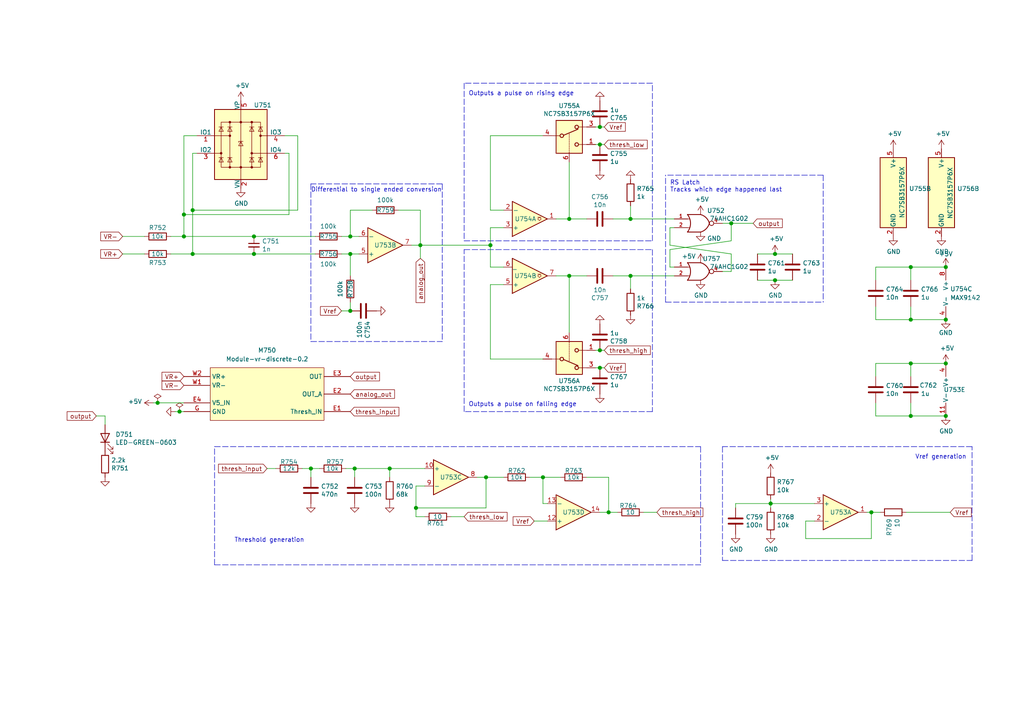
<source format=kicad_sch>
(kicad_sch (version 20211123) (generator eeschema)
  (paper "A4")
  (lib_symbols
    (symbol "74xGxx:74AHC1G02" (pin_names (offset 1.016))
      (property "Reference" "U" (at -2.54 3.81 0))
      (property "Value" "74AHC1G02" (at 0 -3.81 0))
      (symbol "74AHC1G02_0_1"
        (arc (start -3.81 -2.54) (mid -2.919 0) (end -3.81 2.54) (stroke (width 0.254)))
        (arc (start 0 -2.54) (mid 1.5993 -1.6027) (end 2.54 0) (stroke (width 0.254)))
        (polyline (pts (xy -3.81 -1.27) (xy -3.175 -1.27)))
        (polyline (pts (xy -3.81 1.27) (xy -3.175 1.27)))
        (polyline (pts (xy 0 -2.54) (xy -3.81 -2.54)) (stroke (width 0.254)) (fill (type background)))
        (polyline (pts (xy 0 2.54) (xy -3.81 2.54)) (stroke (width 0.254)) (fill (type background)))
        (arc (start 2.54 0) (mid 1.6119 1.6152) (end 0 2.54) (stroke (width 0.254)))
      )
      (symbol "74AHC1G02_1_1"
        (pin input line (at -7.62 1.27 0) (length 3.81) (name "~") (number "1"))
        (pin input line (at -7.62 -1.27 0) (length 3.81) (name "~") (number "2"))
        (pin power_in line (at 0 -2.54 270) (length 0) hide (name "GND") (number "3"))
        (pin output inverted (at 6.35 0 180) (length 3.81) (name "~") (number "4"))
        (pin power_in line (at 0 2.54 90) (length 0) hide (name "VCC") (number "5"))
      )
    )
    (symbol "Amplifier_Operational:MCP6004" (pin_names (offset 0.127))
      (property "Reference" "U" (at 0 5.08 0))
      (property "Value" "MCP6004" (at 0 -5.08 0))
      (symbol "MCP6004_1_1"
        (polyline (pts (xy -5.08 5.08) (xy 5.08 0) (xy -5.08 -5.08) (xy -5.08 5.08)) (stroke (width 0.254)) (fill (type background)))
        (pin output line (at 7.62 0 180) (length 2.54) (name "~") (number "1"))
        (pin input line (at -7.62 -2.54 0) (length 2.54) (name "-") (number "2"))
        (pin input line (at -7.62 2.54 0) (length 2.54) (name "+") (number "3"))
      )
      (symbol "MCP6004_2_1"
        (polyline (pts (xy -5.08 5.08) (xy 5.08 0) (xy -5.08 -5.08) (xy -5.08 5.08)) (stroke (width 0.254)) (fill (type background)))
        (pin input line (at -7.62 2.54 0) (length 2.54) (name "+") (number "5"))
        (pin input line (at -7.62 -2.54 0) (length 2.54) (name "-") (number "6"))
        (pin output line (at 7.62 0 180) (length 2.54) (name "~") (number "7"))
      )
      (symbol "MCP6004_3_1"
        (polyline (pts (xy -5.08 5.08) (xy 5.08 0) (xy -5.08 -5.08) (xy -5.08 5.08)) (stroke (width 0.254)) (fill (type background)))
        (pin input line (at -7.62 2.54 0) (length 2.54) (name "+") (number "10"))
        (pin output line (at 7.62 0 180) (length 2.54) (name "~") (number "8"))
        (pin input line (at -7.62 -2.54 0) (length 2.54) (name "-") (number "9"))
      )
      (symbol "MCP6004_4_1"
        (polyline (pts (xy -5.08 5.08) (xy 5.08 0) (xy -5.08 -5.08) (xy -5.08 5.08)) (stroke (width 0.254)) (fill (type background)))
        (pin input line (at -7.62 2.54 0) (length 2.54) (name "+") (number "12"))
        (pin input line (at -7.62 -2.54 0) (length 2.54) (name "-") (number "13"))
        (pin output line (at 7.62 0 180) (length 2.54) (name "~") (number "14"))
      )
      (symbol "MCP6004_5_1"
        (pin power_in line (at -2.54 -7.62 90) (length 3.81) (name "V-") (number "11"))
        (pin power_in line (at -2.54 7.62 270) (length 3.81) (name "V+") (number "4"))
      )
    )
    (symbol "Analog_Switch:NC7SB3157P6X" (pin_names (offset 0.127))
      (property "Reference" "U" (at -3.175 4.699 0))
      (property "Value" "NC7SB3157P6X" (at -3.175 2.921 0))
      (symbol "NC7SB3157P6X_1_1"
        (rectangle (start -3.81 1.905) (end 3.81 -7.62) (stroke (width 0.254)) (fill (type background)))
        (circle (center -2.159 -2.54) (radius 0.508) (stroke (width 0.254)))
        (polyline (pts (xy -5.08 -2.54) (xy -2.794 -2.54)))
        (polyline (pts (xy -1.651 -2.413) (xy 2.54 -0.635)) (stroke (width 0.254)))
        (polyline (pts (xy 0 -7.62) (xy 0 -7.112)))
        (polyline (pts (xy 0 -6.858) (xy 0 -6.604)))
        (polyline (pts (xy 0 -6.35) (xy 0 -6.096)))
        (polyline (pts (xy 0 -5.842) (xy 0 -5.588)))
        (polyline (pts (xy 0 -5.334) (xy 0 -5.08)))
        (polyline (pts (xy 0 -4.826) (xy 0 -4.572)))
        (polyline (pts (xy 0 -4.318) (xy 0 -4.064)))
        (polyline (pts (xy 0 -3.81) (xy 0 -3.556)))
        (polyline (pts (xy 0 -3.302) (xy 0 -3.048)))
        (polyline (pts (xy 0 -2.794) (xy 0 -2.54)))
        (polyline (pts (xy 0 -2.286) (xy 0 -2.032)))
        (polyline (pts (xy 0 -2.286) (xy 0 -2.032)))
        (polyline (pts (xy 5.08 -5.08) (xy 2.794 -5.08)))
        (polyline (pts (xy 5.08 0) (xy 2.794 0)))
        (circle (center 2.159 -5.08) (radius 0.508) (stroke (width 0.254)))
        (circle (center 2.159 0) (radius 0.508) (stroke (width 0.254)))
        (pin passive line (at 7.62 -5.08 180) (length 2.54) (name "~") (number "1"))
        (pin passive line (at 7.62 0 180) (length 2.54) (name "~") (number "3"))
        (pin passive line (at -7.62 -2.54 0) (length 2.54) (name "~") (number "4"))
        (pin input line (at 0 -10.16 90) (length 2.54) (name "~") (number "6"))
      )
      (symbol "NC7SB3157P6X_2_0"
        (pin power_in line (at 0 -12.7 90) (length 2.54) (name "GND") (number "2"))
        (pin power_in line (at 0 12.7 270) (length 2.54) (name "V+") (number "5"))
      )
      (symbol "NC7SB3157P6X_2_1"
        (rectangle (start -3.81 10.16) (end 3.81 -10.16) (stroke (width 0.254)) (fill (type background)))
      )
    )
    (symbol "Comparator:LM393" (pin_names (offset 0.127))
      (property "Reference" "U" (at 3.81 3.81 0))
      (property "Value" "LM393" (at 6.35 -3.81 0))
      (symbol "LM393_1_1"
        (polyline (pts (xy -5.08 5.08) (xy 5.08 0) (xy -5.08 -5.08) (xy -5.08 5.08)) (stroke (width 0.254)) (fill (type background)))
        (polyline (pts (xy 3.302 -0.508) (xy 2.794 -0.508) (xy 3.302 0) (xy 2.794 0.508) (xy 2.286 0) (xy 2.794 -0.508) (xy 2.286 -0.508)) (stroke (width 0.127)))
        (pin open_collector line (at 7.62 0 180) (length 2.54) (name "~") (number "1"))
        (pin input line (at -7.62 -2.54 0) (length 2.54) (name "-") (number "2"))
        (pin input line (at -7.62 2.54 0) (length 2.54) (name "+") (number "3"))
      )
      (symbol "LM393_2_1"
        (polyline (pts (xy -5.08 5.08) (xy 5.08 0) (xy -5.08 -5.08) (xy -5.08 5.08)) (stroke (width 0.254)) (fill (type background)))
        (polyline (pts (xy 3.302 -0.508) (xy 2.794 -0.508) (xy 3.302 0) (xy 2.794 0.508) (xy 2.286 0) (xy 2.794 -0.508) (xy 2.286 -0.508)) (stroke (width 0.127)))
        (pin input line (at -7.62 2.54 0) (length 2.54) (name "+") (number "5"))
        (pin input line (at -7.62 -2.54 0) (length 2.54) (name "_") (number "6"))
        (pin open_collector line (at 7.62 0 180) (length 2.54) (name "~") (number "7"))
      )
      (symbol "LM393_3_1"
        (pin power_in line (at -2.54 -7.62 90) (length 3.81) (name "V-") (number "4"))
        (pin power_in line (at -2.54 7.62 270) (length 3.81) (name "V+") (number "8"))
      )
    )
    (symbol "Device:C" (pin_numbers hide) (pin_names (offset 0.254))
      (property "Reference" "C" (at 0.635 2.54 0))
      (property "Value" "C" (at 0.635 -2.54 0))
      (symbol "C_0_1"
        (polyline (pts (xy -2.032 -0.762) (xy 2.032 -0.762)) (stroke (width 0.508)))
        (polyline (pts (xy -2.032 0.762) (xy 2.032 0.762)) (stroke (width 0.508)))
      )
      (symbol "C_1_1"
        (pin passive line (at 0 3.81 270) (length 2.794) (name "~") (number "1"))
        (pin passive line (at 0 -3.81 90) (length 2.794) (name "~") (number "2"))
      )
    )
    (symbol "Device:C_Small" (pin_numbers hide) (pin_names (offset 0.254) hide)
      (property "Reference" "C" (at 0.254 1.778 0))
      (property "Value" "C_Small" (at 0.254 -2.032 0))
      (symbol "C_Small_0_1"
        (polyline (pts (xy -1.524 -0.508) (xy 1.524 -0.508)) (stroke (width 0.3302)))
        (polyline (pts (xy -1.524 0.508) (xy 1.524 0.508)) (stroke (width 0.3048)))
      )
      (symbol "C_Small_1_1"
        (pin passive line (at 0 2.54 270) (length 2.032) (name "~") (number "1"))
        (pin passive line (at 0 -2.54 90) (length 2.032) (name "~") (number "2"))
      )
    )
    (symbol "Device:LED" (pin_numbers hide) (pin_names (offset 1.016) hide)
      (property "Reference" "D" (at 0 2.54 0))
      (property "Value" "LED" (at 0 -2.54 0))
      (symbol "LED_0_1"
        (polyline (pts (xy -1.27 -1.27) (xy -1.27 1.27)) (stroke (width 0.254)))
        (polyline (pts (xy -1.27 0) (xy 1.27 0)))
        (polyline (pts (xy 1.27 -1.27) (xy 1.27 1.27) (xy -1.27 0) (xy 1.27 -1.27)) (stroke (width 0.254)))
        (polyline (pts (xy -3.048 -0.762) (xy -4.572 -2.286) (xy -3.81 -2.286) (xy -4.572 -2.286) (xy -4.572 -1.524)))
        (polyline (pts (xy -1.778 -0.762) (xy -3.302 -2.286) (xy -2.54 -2.286) (xy -3.302 -2.286) (xy -3.302 -1.524)))
      )
      (symbol "LED_1_1"
        (pin passive line (at -3.81 0 0) (length 2.54) (name "K") (number "1"))
        (pin passive line (at 3.81 0 180) (length 2.54) (name "A") (number "2"))
      )
    )
    (symbol "Device:R" (pin_numbers hide) (pin_names (offset 0))
      (property "Reference" "R" (at 2.032 0 90))
      (property "Value" "R" (at 0 0 90))
      (symbol "R_0_1"
        (rectangle (start -1.016 -2.54) (end 1.016 2.54) (stroke (width 0.254)))
      )
      (symbol "R_1_1"
        (pin passive line (at 0 3.81 270) (length 1.27) (name "~") (number "1"))
        (pin passive line (at 0 -3.81 90) (length 1.27) (name "~") (number "2"))
      )
    )
    (symbol "Power_Protection:SRV05-4" (pin_names (offset 0))
      (property "Reference" "U" (at -5.08 11.43 0))
      (property "Value" "SRV05-4-P-T7" (at 2.54 11.43 0))
      (symbol "SRV05-4_0_0"
        (rectangle (start -5.715 6.477) (end 5.715 -6.604))
        (polyline (pts (xy -3.175 -6.604) (xy -3.175 6.477)))
        (polyline (pts (xy 3.175 6.477) (xy 3.175 -6.604)))
      )
      (symbol "SRV05-4_0_1"
        (rectangle (start -7.62 10.16) (end 7.62 -10.16) (stroke (width 0.254)) (fill (type background)))
        (circle (center -5.715 -2.54) (radius 0.2794) (fill (type outline)))
        (circle (center -3.175 -6.604) (radius 0.2794) (fill (type outline)))
        (circle (center -3.175 2.54) (radius 0.2794) (fill (type outline)))
        (circle (center -3.175 6.477) (radius 0.2794) (fill (type outline)))
        (circle (center 0 -6.604) (radius 0.2794) (fill (type outline)))
        (polyline (pts (xy -7.747 2.54) (xy -3.175 2.54)))
        (polyline (pts (xy -7.62 -2.54) (xy -5.715 -2.54)))
        (polyline (pts (xy -5.08 -3.81) (xy -6.35 -3.81)))
        (polyline (pts (xy -5.08 5.08) (xy -6.35 5.08)))
        (polyline (pts (xy -2.54 -3.81) (xy -3.81 -3.81)))
        (polyline (pts (xy -2.54 5.08) (xy -3.81 5.08)))
        (polyline (pts (xy 0 10.16) (xy 0 -10.16)))
        (polyline (pts (xy 3.81 -3.81) (xy 2.54 -3.81)))
        (polyline (pts (xy 3.81 5.08) (xy 2.54 5.08)))
        (polyline (pts (xy 6.35 -3.81) (xy 5.08 -3.81)))
        (polyline (pts (xy 6.35 5.08) (xy 5.08 5.08)))
        (polyline (pts (xy 7.62 -2.54) (xy 3.175 -2.54)))
        (polyline (pts (xy 7.62 2.54) (xy 5.715 2.54)))
        (polyline (pts (xy 0.635 0.889) (xy -0.635 0.889) (xy -0.635 0.635)))
        (polyline (pts (xy -5.08 -5.08) (xy -6.35 -5.08) (xy -5.715 -3.81) (xy -5.08 -5.08)))
        (polyline (pts (xy -5.08 3.81) (xy -6.35 3.81) (xy -5.715 5.08) (xy -5.08 3.81)))
        (polyline (pts (xy -2.54 -5.08) (xy -3.81 -5.08) (xy -3.175 -3.81) (xy -2.54 -5.08)))
        (polyline (pts (xy -2.54 3.81) (xy -3.81 3.81) (xy -3.175 5.08) (xy -2.54 3.81)))
        (polyline (pts (xy 0.635 -0.381) (xy -0.635 -0.381) (xy 0 0.889) (xy 0.635 -0.381)))
        (polyline (pts (xy 3.81 -5.08) (xy 2.54 -5.08) (xy 3.175 -3.81) (xy 3.81 -5.08)))
        (polyline (pts (xy 3.81 3.81) (xy 2.54 3.81) (xy 3.175 5.08) (xy 3.81 3.81)))
        (polyline (pts (xy 6.35 -5.08) (xy 5.08 -5.08) (xy 5.715 -3.81) (xy 6.35 -5.08)))
        (polyline (pts (xy 6.35 3.81) (xy 5.08 3.81) (xy 5.715 5.08) (xy 6.35 3.81)))
        (circle (center 0 6.477) (radius 0.2794) (fill (type outline)))
        (circle (center 3.175 -6.604) (radius 0.2794) (fill (type outline)))
        (circle (center 3.175 -2.54) (radius 0.2794) (fill (type outline)))
        (circle (center 3.175 6.477) (radius 0.2794) (fill (type outline)))
        (circle (center 5.715 2.54) (radius 0.2794) (fill (type outline)))
      )
      (symbol "SRV05-4_1_1"
        (pin passive line (at -12.7 2.54 0) (length 5.08) (name "IO1") (number "1"))
        (pin passive line (at 0 -12.7 90) (length 2.54) (name "VN") (number "2"))
        (pin passive line (at -12.7 -2.54 0) (length 5.08) (name "IO2") (number "3"))
        (pin passive line (at 12.7 2.54 180) (length 5.08) (name "IO3") (number "4"))
        (pin passive line (at 0 12.7 270) (length 2.54) (name "VP") (number "5"))
        (pin passive line (at 12.7 -2.54 180) (length 5.08) (name "IO4") (number "6"))
      )
    )
    (symbol "power:+5V" (power) (pin_names (offset 0))
      (property "Value" "+5V" (at 0 3.556 0))
      (symbol "+5V_0_1"
        (polyline (pts (xy -0.762 1.27) (xy 0 2.54)))
        (polyline (pts (xy 0 0) (xy 0 2.54)))
        (polyline (pts (xy 0 2.54) (xy 0.762 1.27)))
      )
      (symbol "+5V_1_1"
        (pin power_in line (at 0 0 90) (length 0) hide (name "+5V") (number "1"))
      )
    )
    (symbol "power:GND" (power) (pin_names (offset 0))
      (property "Value" "GND" (at 0 -3.81 0))
      (symbol "GND_0_1"
        (polyline (pts (xy 0 0) (xy 0 -1.27) (xy 1.27 -1.27) (xy 0 -2.54) (xy -1.27 -1.27) (xy 0 -1.27)))
      )
      (symbol "GND_1_1"
        (pin power_in line (at 0 0 270) (length 0) hide (name "GND") (number "1"))
      )
    )
    (symbol "power:PWR_FLAG" (power) (pin_numbers hide) (pin_names (offset 0) hide)
      (property "Value" "PWR_FLAG" (at 0 3.81 0))
      (symbol "PWR_FLAG_0_0"
        (pin power_out line (at 0 0 90) (length 0) (name "pwr") (number "1"))
      )
      (symbol "PWR_FLAG_0_1"
        (polyline (pts (xy 0 0) (xy 0 1.27) (xy -1.016 1.905) (xy 0 2.54) (xy 1.016 1.905) (xy 0 1.27)))
      )
    )
    (symbol "vr-discrete:Module-vr-discrete-0.2"
      (property "Reference" "M" (at 1.27 1.27 0))
      (property "Value" "Module-vr-discrete-0.2" (at 16.51 -16.51 0))
      (symbol "Module-vr-discrete-0.2_1_0"
        (rectangle (start 0 0) (end 33.02 -15.24) (fill (type background)))
        (pin passive line (at 40.64 -12.7 180) (length 7.62) (name "Thresh_IN") (number "E1"))
        (pin passive line (at 40.64 -7.62 180) (length 7.62) (name "OUT_A") (number "E2"))
        (pin passive line (at 40.64 -2.54 180) (length 7.62) (name "OUT") (number "E3"))
        (pin passive line (at -7.62 -10.16 0) (length 7.62) (name "V5_IN") (number "E4"))
        (pin passive line (at -7.62 -12.7 0) (length 7.62) (name "GND") (number "G"))
        (pin passive line (at -7.62 -5.08 0) (length 7.62) (name "VR-") (number "W1"))
        (pin passive line (at -7.62 -2.54 0) (length 7.62) (name "VR+") (number "W2"))
      )
    )
  )
  (junction (at 142.24 71.12) (diameter 1.016))
  (junction (at 264.16 105.41) (diameter 1.016))
  (junction (at 52.07 119.38) (diameter 1.016))
  (junction (at 73.66 68.58) (diameter 1.016))
  (junction (at 102.87 135.89) (diameter 1.016))
  (junction (at 173.99 106.68) (diameter 1.016))
  (junction (at 274.32 92.71) (diameter 1.016))
  (junction (at 73.66 73.66) (diameter 1.016))
  (junction (at 264.16 120.65) (diameter 1.016))
  (junction (at 101.6 73.66) (diameter 1.016))
  (junction (at 274.32 120.65) (diameter 1.016))
  (junction (at 55.88 73.66) (diameter 1.016))
  (junction (at 120.65 147.32) (diameter 1.016))
  (junction (at 165.1 63.5) (diameter 1.016))
  (junction (at 224.79 73.66) (diameter 1.016))
  (junction (at 53.34 68.58) (diameter 1.016))
  (junction (at 45.72 116.84) (diameter 1.016))
  (junction (at 90.17 135.89) (diameter 1.016))
  (junction (at 173.99 36.83) (diameter 1.016))
  (junction (at 173.99 41.91) (diameter 1.016))
  (junction (at 157.48 138.43) (diameter 1.016))
  (junction (at 274.32 77.47) (diameter 1.016))
  (junction (at 55.88 60.96) (diameter 1.016))
  (junction (at 264.16 77.47) (diameter 1.016))
  (junction (at 182.88 80.01) (diameter 1.016))
  (junction (at 274.32 105.41) (diameter 1.016))
  (junction (at 252.73 148.59) (diameter 1.016))
  (junction (at 113.03 135.89) (diameter 1.016))
  (junction (at 176.53 148.59) (diameter 1.016))
  (junction (at 101.6 90.17) (diameter 1.016))
  (junction (at 53.34 62.23) (diameter 1.016))
  (junction (at 121.92 71.12) (diameter 1.016))
  (junction (at 264.16 92.71) (diameter 1.016))
  (junction (at 182.88 63.5) (diameter 1.016))
  (junction (at 101.6 68.58) (diameter 1.016))
  (junction (at 140.97 138.43) (diameter 1.016))
  (junction (at 224.79 81.28) (diameter 1.016))
  (junction (at 165.1 80.01) (diameter 1.016))
  (junction (at 212.09 64.77) (diameter 1.016))
  (junction (at 223.52 146.05) (diameter 1.016))
  (junction (at 173.99 101.6) (diameter 1.016))
  (polyline (pts (xy 238.76 50.8) (xy 193.04 50.8)) (stroke (width 0) (type dash)))
  (wire (pts (xy 254 105.41) (xy 254 109.22)))
  (wire (pts (xy 121.92 60.96) (xy 121.92 71.12)))
  (wire (pts (xy 120.65 147.32) (xy 140.97 147.32)))
  (polyline (pts (xy 189.23 119.38) (xy 134.62 119.38)) (stroke (width 0) (type dash)))
  (wire (pts (xy 52.07 119.38) (xy 53.34 119.38)))
  (wire (pts (xy 236.22 151.13) (xy 233.68 151.13)))
  (wire (pts (xy 157.48 138.43) (xy 162.56 138.43)))
  (wire (pts (xy 157.48 138.43) (xy 153.67 138.43)))
  (wire (pts (xy 274.32 92.71) (xy 264.16 92.71)))
  (wire (pts (xy 233.68 151.13) (xy 233.68 156.21)))
  (wire (pts (xy 99.06 73.66) (xy 101.6 73.66)))
  (wire (pts (xy 101.6 73.66) (xy 104.14 73.66)))
  (wire (pts (xy 102.87 135.89) (xy 113.03 135.89)))
  (wire (pts (xy 165.1 63.5) (xy 170.18 63.5)))
  (polyline (pts (xy 209.55 129.54) (xy 209.55 162.56)) (stroke (width 0) (type dash)))
  (wire (pts (xy 100.33 135.89) (xy 102.87 135.89)))
  (wire (pts (xy 53.34 62.23) (xy 53.34 68.58)))
  (wire (pts (xy 177.8 63.5) (xy 182.88 63.5)))
  (wire (pts (xy 55.88 60.96) (xy 86.36 60.96)))
  (wire (pts (xy 254 116.84) (xy 254 120.65)))
  (wire (pts (xy 195.58 77.47) (xy 194.31 77.47)))
  (wire (pts (xy 254 77.47) (xy 264.16 77.47)))
  (wire (pts (xy 146.05 77.47) (xy 142.24 77.47)))
  (polyline (pts (xy 134.62 72.39) (xy 189.23 72.39)) (stroke (width 0) (type dash)))
  (wire (pts (xy 57.15 44.45) (xy 55.88 44.45)))
  (wire (pts (xy 209.55 78.74) (xy 212.09 78.74)))
  (wire (pts (xy 41.91 73.66) (xy 35.56 73.66)))
  (polyline (pts (xy 62.23 163.83) (xy 203.2 163.83)) (stroke (width 0) (type dash)))
  (wire (pts (xy 212.09 64.77) (xy 212.09 69.85)))
  (wire (pts (xy 35.56 68.58) (xy 41.91 68.58)))
  (wire (pts (xy 172.72 41.91) (xy 173.99 41.91)))
  (wire (pts (xy 173.99 41.91) (xy 175.26 41.91)))
  (wire (pts (xy 165.1 63.5) (xy 165.1 46.99)))
  (wire (pts (xy 165.1 80.01) (xy 165.1 96.52)))
  (wire (pts (xy 80.01 135.89) (xy 77.47 135.89)))
  (wire (pts (xy 142.24 66.04) (xy 146.05 66.04)))
  (polyline (pts (xy 193.04 87.63) (xy 238.76 87.63)) (stroke (width 0) (type dash)))
  (wire (pts (xy 233.68 156.21) (xy 252.73 156.21)))
  (wire (pts (xy 254 88.9) (xy 254 92.71)))
  (wire (pts (xy 194.31 66.04) (xy 194.31 71.12)))
  (wire (pts (xy 194.31 66.04) (xy 195.58 66.04)))
  (wire (pts (xy 165.1 80.01) (xy 170.18 80.01)))
  (polyline (pts (xy 281.94 129.54) (xy 209.55 129.54)) (stroke (width 0) (type dash)))
  (polyline (pts (xy 128.27 53.34) (xy 90.17 53.34)) (stroke (width 0) (type dash)))
  (wire (pts (xy 101.6 60.96) (xy 101.6 68.58)))
  (wire (pts (xy 55.88 44.45) (xy 55.88 60.96)))
  (wire (pts (xy 219.71 73.66) (xy 224.79 73.66)))
  (wire (pts (xy 229.87 73.66) (xy 224.79 73.66)))
  (wire (pts (xy 170.18 138.43) (xy 176.53 138.43)))
  (wire (pts (xy 120.65 147.32) (xy 120.65 149.86)))
  (wire (pts (xy 223.52 146.05) (xy 223.52 147.32)))
  (wire (pts (xy 55.88 73.66) (xy 49.53 73.66)))
  (wire (pts (xy 194.31 72.39) (xy 194.31 77.47)))
  (wire (pts (xy 140.97 138.43) (xy 138.43 138.43)))
  (polyline (pts (xy 62.23 163.83) (xy 62.23 129.54)) (stroke (width 0) (type dash)))
  (wire (pts (xy 165.1 80.01) (xy 161.29 80.01)))
  (wire (pts (xy 83.82 62.23) (xy 83.82 44.45)))
  (wire (pts (xy 254 92.71) (xy 264.16 92.71)))
  (wire (pts (xy 194.31 72.39) (xy 212.09 69.85)))
  (wire (pts (xy 254 77.47) (xy 254 81.28)))
  (wire (pts (xy 254 105.41) (xy 264.16 105.41)))
  (wire (pts (xy 157.48 39.37) (xy 142.24 39.37)))
  (wire (pts (xy 173.99 36.83) (xy 172.72 36.83)))
  (wire (pts (xy 175.26 36.83) (xy 173.99 36.83)))
  (wire (pts (xy 44.45 116.84) (xy 45.72 116.84)))
  (wire (pts (xy 142.24 82.55) (xy 146.05 82.55)))
  (wire (pts (xy 86.36 60.96) (xy 86.36 39.37)))
  (polyline (pts (xy 134.62 119.38) (xy 134.62 72.39)) (stroke (width 0) (type dash)))
  (wire (pts (xy 123.19 140.97) (xy 120.65 140.97)))
  (wire (pts (xy 27.94 120.65) (xy 30.48 120.65)))
  (wire (pts (xy 161.29 63.5) (xy 165.1 63.5)))
  (wire (pts (xy 252.73 156.21) (xy 252.73 148.59)))
  (polyline (pts (xy 128.27 53.34) (xy 128.27 99.06)) (stroke (width 0) (type dash)))
  (wire (pts (xy 254 120.65) (xy 264.16 120.65)))
  (wire (pts (xy 57.15 39.37) (xy 53.34 39.37)))
  (polyline (pts (xy 189.23 24.13) (xy 134.62 24.13)) (stroke (width 0) (type dash)))
  (wire (pts (xy 120.65 140.97) (xy 120.65 147.32)))
  (wire (pts (xy 182.88 63.5) (xy 195.58 63.5)))
  (wire (pts (xy 173.99 101.6) (xy 172.72 101.6)))
  (wire (pts (xy 175.26 101.6) (xy 173.99 101.6)))
  (wire (pts (xy 142.24 60.96) (xy 146.05 60.96)))
  (wire (pts (xy 120.65 149.86) (xy 123.19 149.86)))
  (wire (pts (xy 177.8 80.01) (xy 182.88 80.01)))
  (wire (pts (xy 264.16 105.41) (xy 274.32 105.41)))
  (wire (pts (xy 264.16 109.22) (xy 264.16 105.41)))
  (wire (pts (xy 73.66 68.58) (xy 91.44 68.58)))
  (wire (pts (xy 121.92 74.93) (xy 121.92 71.12)))
  (wire (pts (xy 92.71 135.89) (xy 90.17 135.89)))
  (polyline (pts (xy 134.62 69.85) (xy 189.23 69.85)) (stroke (width 0) (type dash)))
  (wire (pts (xy 157.48 104.14) (xy 142.24 104.14)))
  (wire (pts (xy 53.34 68.58) (xy 73.66 68.58)))
  (polyline (pts (xy 193.04 87.63) (xy 193.04 50.8)) (stroke (width 0) (type dash)))
  (wire (pts (xy 30.48 120.65) (xy 30.48 123.19)))
  (wire (pts (xy 99.06 90.17) (xy 101.6 90.17)))
  (wire (pts (xy 115.57 60.96) (xy 121.92 60.96)))
  (wire (pts (xy 101.6 80.01) (xy 101.6 73.66)))
  (wire (pts (xy 186.69 148.59) (xy 190.5 148.59)))
  (wire (pts (xy 142.24 71.12) (xy 142.24 66.04)))
  (wire (pts (xy 101.6 68.58) (xy 104.14 68.58)))
  (wire (pts (xy 236.22 146.05) (xy 223.52 146.05)))
  (polyline (pts (xy 238.76 50.8) (xy 238.76 87.63)) (stroke (width 0) (type dash)))
  (wire (pts (xy 176.53 148.59) (xy 179.07 148.59)))
  (wire (pts (xy 194.31 71.12) (xy 212.09 73.66)))
  (wire (pts (xy 264.16 77.47) (xy 274.32 77.47)))
  (wire (pts (xy 264.16 81.28) (xy 264.16 77.47)))
  (wire (pts (xy 50.8 119.38) (xy 52.07 119.38)))
  (wire (pts (xy 182.88 80.01) (xy 195.58 80.01)))
  (wire (pts (xy 49.53 68.58) (xy 53.34 68.58)))
  (polyline (pts (xy 90.17 99.06) (xy 128.27 99.06)) (stroke (width 0) (type dash)))
  (wire (pts (xy 53.34 39.37) (xy 53.34 62.23)))
  (polyline (pts (xy 134.62 24.13) (xy 134.62 69.85)) (stroke (width 0) (type dash)))
  (polyline (pts (xy 90.17 53.34) (xy 90.17 99.06)) (stroke (width 0) (type dash)))
  (wire (pts (xy 86.36 39.37) (xy 82.55 39.37)))
  (wire (pts (xy 212.09 73.66) (xy 212.09 78.74)))
  (wire (pts (xy 142.24 77.47) (xy 142.24 71.12)))
  (wire (pts (xy 87.63 135.89) (xy 90.17 135.89)))
  (wire (pts (xy 142.24 39.37) (xy 142.24 60.96)))
  (wire (pts (xy 209.55 64.77) (xy 212.09 64.77)))
  (wire (pts (xy 55.88 73.66) (xy 73.66 73.66)))
  (wire (pts (xy 45.72 116.84) (xy 53.34 116.84)))
  (polyline (pts (xy 281.94 162.56) (xy 281.94 129.54)) (stroke (width 0) (type dash)))
  (wire (pts (xy 101.6 90.17) (xy 101.6 87.63)))
  (wire (pts (xy 90.17 135.89) (xy 90.17 138.43)))
  (wire (pts (xy 219.71 81.28) (xy 224.79 81.28)))
  (wire (pts (xy 229.87 81.28) (xy 224.79 81.28)))
  (wire (pts (xy 121.92 71.12) (xy 119.38 71.12)))
  (wire (pts (xy 99.06 68.58) (xy 101.6 68.58)))
  (wire (pts (xy 154.94 151.13) (xy 158.75 151.13)))
  (wire (pts (xy 252.73 148.59) (xy 251.46 148.59)))
  (wire (pts (xy 142.24 82.55) (xy 142.24 104.14)))
  (wire (pts (xy 53.34 62.23) (xy 83.82 62.23)))
  (polyline (pts (xy 189.23 72.39) (xy 189.23 119.38)) (stroke (width 0) (type dash)))
  (wire (pts (xy 146.05 138.43) (xy 140.97 138.43)))
  (wire (pts (xy 213.36 147.32) (xy 213.36 146.05)))
  (wire (pts (xy 55.88 60.96) (xy 55.88 73.66)))
  (wire (pts (xy 264.16 92.71) (xy 264.16 88.9)))
  (wire (pts (xy 176.53 148.59) (xy 173.99 148.59)))
  (wire (pts (xy 255.27 148.59) (xy 252.73 148.59)))
  (polyline (pts (xy 189.23 69.85) (xy 189.23 24.13)) (stroke (width 0) (type dash)))
  (wire (pts (xy 176.53 138.43) (xy 176.53 148.59)))
  (wire (pts (xy 83.82 44.45) (xy 82.55 44.45)))
  (polyline (pts (xy 62.23 129.54) (xy 203.2 129.54)) (stroke (width 0) (type dash)))
  (wire (pts (xy 107.95 60.96) (xy 101.6 60.96)))
  (wire (pts (xy 157.48 146.05) (xy 157.48 138.43)))
  (wire (pts (xy 223.52 146.05) (xy 223.52 144.78)))
  (wire (pts (xy 102.87 138.43) (xy 102.87 135.89)))
  (wire (pts (xy 158.75 146.05) (xy 157.48 146.05)))
  (wire (pts (xy 262.89 148.59) (xy 275.59 148.59)))
  (wire (pts (xy 182.88 63.5) (xy 182.88 59.69)))
  (polyline (pts (xy 209.55 162.56) (xy 281.94 162.56)) (stroke (width 0) (type dash)))
  (wire (pts (xy 123.19 135.89) (xy 113.03 135.89)))
  (wire (pts (xy 212.09 64.77) (xy 218.44 64.77)))
  (wire (pts (xy 264.16 120.65) (xy 264.16 116.84)))
  (wire (pts (xy 274.32 120.65) (xy 264.16 120.65)))
  (wire (pts (xy 113.03 135.89) (xy 113.03 138.43)))
  (wire (pts (xy 140.97 147.32) (xy 140.97 138.43)))
  (wire (pts (xy 173.99 106.68) (xy 172.72 106.68)))
  (wire (pts (xy 175.26 106.68) (xy 173.99 106.68)))
  (polyline (pts (xy 203.2 129.54) (xy 203.2 163.83)) (stroke (width 0) (type dash)))
  (wire (pts (xy 130.81 149.86) (xy 134.62 149.86)))
  (wire (pts (xy 91.44 73.66) (xy 73.66 73.66)))
  (wire (pts (xy 142.24 71.12) (xy 121.92 71.12)))
  (wire (pts (xy 213.36 146.05) (xy 223.52 146.05)))
  (wire (pts (xy 182.88 80.01) (xy 182.88 83.82)))
  (text "RS Latch\nTracks which edge happened last" (at 194.31 55.88 0) (effects (font (size 1.27 1.27)) (justify left bottom)))
  (text "Vref generation" (at 265.43 133.35 0) (effects (font (size 1.27 1.27)) (justify left bottom)))
  (text "Outputs a pulse on falling edge" (at 135.89 118.11 0) (effects (font (size 1.27 1.27)) (justify left bottom)))
  (text "Threshold generation" (at 67.945 157.48 0) (effects (font (size 1.27 1.27)) (justify left bottom)))
  (text "Outputs a pulse on rising edge" (at 135.89 27.94 0) (effects (font (size 1.27 1.27)) (justify left bottom)))
  (text "Differential to single ended conversion" (at 90.17 55.88 0) (effects (font (size 1.27 1.27)) (justify left bottom)))
  (global_label "VR-" (shape input) (at 53.34 111.76 180) (property "Intersheet References" "${INTERSHEET_REFS}" (effects hide)))
  (global_label "Vref" (shape input) (at 175.26 106.68 0) (property "Intersheet References" "${INTERSHEET_REFS}" (effects hide)))
  (global_label "output" (shape input) (at 218.44 64.77 0) (property "Intersheet References" "${INTERSHEET_REFS}" (effects hide)))
  (global_label "thresh_input" (shape input) (at 77.47 135.89 180) (property "Intersheet References" "${INTERSHEET_REFS}" (effects hide)))
  (global_label "thresh_input" (shape input) (at 101.6 119.38 0) (property "Intersheet References" "${INTERSHEET_REFS}" (effects hide)))
  (global_label "thresh_high" (shape input) (at 190.5 148.59 0) (property "Intersheet References" "${INTERSHEET_REFS}" (effects hide)))
  (global_label "analog_out" (shape input) (at 121.92 74.93 270) (property "Intersheet References" "${INTERSHEET_REFS}" (effects hide)))
  (global_label "VR-" (shape input) (at 35.56 68.58 180) (property "Intersheet References" "${INTERSHEET_REFS}" (effects hide)))
  (global_label "output" (shape input) (at 101.6 109.22 0) (property "Intersheet References" "${INTERSHEET_REFS}" (effects hide)))
  (global_label "Vref" (shape input) (at 175.26 36.83 0) (property "Intersheet References" "${INTERSHEET_REFS}" (effects hide)))
  (global_label "Vref" (shape input) (at 275.59 148.59 0) (property "Intersheet References" "${INTERSHEET_REFS}" (effects hide)))
  (global_label "analog_out" (shape input) (at 101.6 114.3 0) (property "Intersheet References" "${INTERSHEET_REFS}" (effects hide)))
  (global_label "output" (shape input) (at 27.94 120.65 180) (property "Intersheet References" "${INTERSHEET_REFS}" (effects hide)))
  (global_label "thresh_low" (shape input) (at 175.26 41.91 0) (property "Intersheet References" "${INTERSHEET_REFS}" (effects hide)))
  (global_label "thresh_low" (shape input) (at 134.62 149.86 0) (property "Intersheet References" "${INTERSHEET_REFS}" (effects hide)))
  (global_label "VR+" (shape input) (at 35.56 73.66 180) (property "Intersheet References" "${INTERSHEET_REFS}" (effects hide)))
  (global_label "Vref" (shape input) (at 154.94 151.13 180) (property "Intersheet References" "${INTERSHEET_REFS}" (effects hide)))
  (global_label "VR+" (shape input) (at 53.34 109.22 180) (property "Intersheet References" "${INTERSHEET_REFS}" (effects hide)))
  (global_label "thresh_high" (shape input) (at 175.26 101.6 0) (property "Intersheet References" "${INTERSHEET_REFS}" (effects hide)))
  (global_label "Vref" (shape input) (at 99.06 90.17 180) (property "Intersheet References" "${INTERSHEET_REFS}" (effects hide)))
  (symbol (lib_id "Device:C") (at 173.99 97.79 0) (mirror x) (unit 1)
    (property "Reference" "C758" (at 176.911 98.9584 0) (effects (justify left)))
    (property "Value" "1u" (at 176.911 96.647 0) (effects (justify left)))
    (property "Footprint" "Capacitor_SMD:C_0402_1005Metric" (effects hide))
    (property "LCSC" "C52923" (effects hide))
  )
  (symbol (lib_id "Device:R") (at 45.72 73.66 270) (unit 1)
    (property "Reference" "R753" (at 45.72 76.2 90))
    (property "Value" "10k" (at 45.72 73.66 90))
    (property "Footprint" "Resistor_SMD:R_0805_2012Metric" (effects hide))
    (property "LCSC" "C17414" (effects hide))
  )
  (symbol (lib_id "power:GND") (at 69.85 54.61 0) (unit 1)
    (property "Reference" "#PWR0755" (effects hide))
    (property "Value" "GND" (at 69.977 59.0042 0))
  )
  (symbol (lib_id "power:GND") (at 30.48 138.43 0) (mirror y) (unit 1)
    (property "Reference" "#PWR0752" (effects hide))
    (property "Value" "GND" (effects hide))
  )
  (symbol (lib_id "Amplifier_Operational:MCP6004") (at 276.86 113.03 0) (unit 5)
    (property "Reference" "U753" (at 276.86 113.03 0))
    (property "Value" "MCP6004" (effects hide))
    (property "Footprint" "Package_SO:TSSOP-14_4.4x5mm_P0.65mm" (effects hide))
    (property "Datasheet" "http://ww1.microchip.com/downloads/en/DeviceDoc/21733j.pdf" (effects hide))
    (property "LCSC" "C50282" (effects hide))
  )
  (symbol (lib_id "Device:C") (at 173.99 63.5 270) (unit 1)
    (property "Reference" "C756" (at 173.99 57.0992 90))
    (property "Value" "10n" (at 173.99 59.4106 90))
    (property "Footprint" "Capacitor_SMD:C_0402_1005Metric" (effects hide))
    (property "LCSC" "C15195" (effects hide))
  )
  (symbol (lib_id "Device:R") (at 45.72 68.58 90) (unit 1)
    (property "Reference" "R752" (at 45.72 66.04 90))
    (property "Value" "10k" (at 45.72 68.58 90))
    (property "Footprint" "Resistor_SMD:R_0805_2012Metric" (effects hide))
    (property "LCSC" "C17414" (effects hide))
  )
  (symbol (lib_id "power:GND") (at 102.87 146.05 0) (mirror y) (unit 1)
    (property "Reference" "#PWR0761" (effects hide))
    (property "Value" "GND" (effects hide))
  )
  (symbol (lib_id "power:+5V") (at 223.52 137.16 0) (unit 1)
    (property "Reference" "#PWR0773" (effects hide))
    (property "Value" "+5V" (at 223.901 132.7658 0))
  )
  (symbol (lib_id "Device:C") (at 254 85.09 0) (unit 1)
    (property "Reference" "C764" (at 256.921 83.9216 0) (effects (justify left)))
    (property "Value" "10n" (at 256.921 86.233 0) (effects (justify left)))
    (property "Footprint" "Capacitor_SMD:C_0402_1005Metric" (effects hide))
    (property "LCSC" "C15195" (effects hide))
  )
  (symbol (lib_id "power:GND") (at 113.03 146.05 0) (mirror y) (unit 1)
    (property "Reference" "#PWR0763" (effects hide))
    (property "Value" "GND" (effects hide))
  )
  (symbol (lib_id "power:GND") (at 173.99 114.3 0) (mirror y) (unit 1)
    (property "Reference" "#PWR0794" (effects hide))
    (property "Value" "GND" (effects hide))
  )
  (symbol (lib_id "Amplifier_Operational:MCP6004") (at 166.37 148.59 0) (mirror x) (unit 4)
    (property "Reference" "U753" (at 166.37 148.59 0))
    (property "Value" "MCP6004" (effects hide))
    (property "Footprint" "Package_SO:TSSOP-14_4.4x5mm_P0.65mm" (effects hide))
    (property "Datasheet" "http://ww1.microchip.com/downloads/en/DeviceDoc/21733j.pdf" (effects hide))
    (property "LCSC" "C50282" (effects hide))
  )
  (symbol (lib_id "power:GND") (at 224.79 81.28 0) (unit 1)
    (property "Reference" "#PWR0776" (effects hide))
    (property "Value" "GND" (at 224.917 85.6742 0))
  )
  (symbol (lib_id "Device:C") (at 264.16 85.09 0) (unit 1)
    (property "Reference" "C766" (at 267.081 83.9216 0) (effects (justify left)))
    (property "Value" "1u" (at 267.081 86.233 0) (effects (justify left)))
    (property "Footprint" "Capacitor_SMD:C_0402_1005Metric" (effects hide))
    (property "LCSC" "C52923" (effects hide))
  )
  (symbol (lib_id "Comparator:LM393") (at 153.67 80.01 0) (mirror x) (unit 2)
    (property "Reference" "U754" (at 152.4 80.01 0))
    (property "Value" "MAX9142" (effects hide))
    (property "Footprint" "Package_SO:SOIC-8_3.9x4.9mm_P1.27mm" (effects hide))
    (property "Datasheet" "http://www.ti.com/lit/ds/symlink/lm393.pdf" (effects hide))
    (property "LCSC" "C18567" (effects hide))
  )
  (symbol (lib_id "Power_Protection:SRV05-4") (at 69.85 41.91 0) (unit 1)
    (property "Reference" "U751" (at 76.2 30.48 0))
    (property "Value" "SRV05-4-P-T7" (effects hide))
    (property "Footprint" "Package_TO_SOT_SMD:SOT-23-6" (effects hide))
    (property "Datasheet" "http://www.onsemi.com/pub/Collateral/SRV05-4-D.PDF" (effects hide))
    (property "LCSC" "C85364" (effects hide))
  )
  (symbol (lib_id "power:+5V") (at 274.32 105.41 0) (unit 1)
    (property "Reference" "#PWR0785" (effects hide))
    (property "Value" "+5V" (at 274.701 101.0158 0))
  )
  (symbol (lib_id "Analog_Switch:NC7SB3157P6X") (at 259.08 55.88 0) (mirror y) (unit 2)
    (property "Reference" "U755" (at 263.652 54.7116 0) (effects (justify right)))
    (property "Value" "NC7SB3157P6X" (at 261.62 48.26 90) (effects (justify right)))
    (property "Footprint" "Package_TO_SOT_SMD:SOT-363_SC-70-6" (effects hide))
    (property "Datasheet" "https://www.onsemi.com/pub/Collateral/NC7SB3157-D.PDF" (effects hide))
    (property "LCSC" "C87403" (effects hide))
  )
  (symbol (lib_id "Device:C") (at 173.99 110.49 0) (unit 1)
    (property "Reference" "C767" (at 176.911 109.3216 0) (effects (justify left)))
    (property "Value" "1u" (at 176.911 111.633 0) (effects (justify left)))
    (property "Footprint" "Capacitor_SMD:C_0402_1005Metric" (effects hide))
    (property "LCSC" "C52923" (effects hide))
  )
  (symbol (lib_id "Device:R") (at 95.25 68.58 270) (unit 1)
    (property "Reference" "R755" (at 95.25 68.58 90))
    (property "Value" "100k" (at 95.25 65.6336 90))
    (property "Footprint" "Resistor_SMD:R_0402_1005Metric" (effects hide))
    (property "LCSC" "C25741" (effects hide))
  )
  (symbol (lib_id "power:+5V") (at 259.08 43.18 0) (unit 1)
    (property "Reference" "#PWR0768" (effects hide))
    (property "Value" "+5V" (at 259.461 38.7858 0))
  )
  (symbol (lib_id "power:GND") (at 274.32 120.65 0) (unit 1)
    (property "Reference" "#PWR0786" (effects hide))
    (property "Value" "GND" (at 274.447 125.0442 0))
  )
  (symbol (lib_id "power:GND") (at 173.99 93.98 0) (mirror x) (unit 1)
    (property "Reference" "#PWR0767" (effects hide))
    (property "Value" "GND" (effects hide))
  )
  (symbol (lib_id "power:GND") (at 223.52 154.94 0) (unit 1)
    (property "Reference" "#PWR0774" (effects hide))
    (property "Value" "GND" (at 223.647 159.3342 0))
  )
  (symbol (lib_id "power:GND") (at 173.99 49.53 0) (mirror y) (unit 1)
    (property "Reference" "#PWR0764" (effects hide))
    (property "Value" "GND" (effects hide))
  )
  (symbol (lib_id "Analog_Switch:NC7SB3157P6X") (at 165.1 36.83 0) (unit 1)
    (property "Reference" "U755" (at 165.1 30.6832 0))
    (property "Value" "NC7SB3157P6X" (at 165.1 32.9946 0))
    (property "Footprint" "Package_TO_SOT_SMD:SOT-363_SC-70-6" (effects hide))
    (property "Datasheet" "https://www.onsemi.com/pub/Collateral/NC7SB3157-D.PDF" (effects hide))
    (property "LCSC" "C87403" (effects hide))
  )
  (symbol (lib_id "Device:R") (at 95.25 73.66 90) (unit 1)
    (property "Reference" "R756" (at 95.25 73.66 90))
    (property "Value" "100k" (at 95.25 76.6064 90))
    (property "Footprint" "Resistor_SMD:R_0402_1005Metric" (effects hide))
    (property "LCSC" "C25741" (effects hide))
  )
  (symbol (lib_id "Device:R") (at 149.86 138.43 270) (unit 1)
    (property "Reference" "R762" (at 149.86 136.525 90))
    (property "Value" "10k" (at 149.86 138.43 90))
    (property "Footprint" "Resistor_SMD:R_0402_1005Metric" (effects hide))
    (property "LCSC" "C25744" (effects hide))
  )
  (symbol (lib_id "Device:R") (at 223.52 151.13 0) (unit 1)
    (property "Reference" "R768" (at 225.298 149.9616 0) (effects (justify left)))
    (property "Value" "10k" (at 225.298 152.273 0) (effects (justify left)))
    (property "Footprint" "Resistor_SMD:R_0402_1005Metric" (effects hide))
    (property "LCSC" "C25744" (effects hide))
  )
  (symbol (lib_id "Amplifier_Operational:MCP6004") (at 243.84 148.59 0) (unit 1)
    (property "Reference" "U753" (at 243.84 148.59 0))
    (property "Value" "MCP6004" (effects hide))
    (property "Footprint" "Package_SO:TSSOP-14_4.4x5mm_P0.65mm" (effects hide))
    (property "Datasheet" "http://ww1.microchip.com/downloads/en/DeviceDoc/21733j.pdf" (effects hide))
    (property "LCSC" "C50282" (effects hide))
  )
  (symbol (lib_id "power:PWR_FLAG") (at 45.72 116.84 0) (unit 1)
    (property "Reference" "#FLG0751" (effects hide))
    (property "Value" "PWR_FLAG" (effects hide))
  )
  (symbol (lib_id "Device:C") (at 102.87 142.24 0) (unit 1)
    (property "Reference" "C753" (at 105.791 141.0716 0) (effects (justify left)))
    (property "Value" "100n" (at 105.791 143.383 0) (effects (justify left)))
    (property "Footprint" "Capacitor_SMD:C_0402_1005Metric" (effects hide))
    (property "LCSC" "C1525" (effects hide))
  )
  (symbol (lib_id "Device:R") (at 127 149.86 90) (mirror x) (unit 1)
    (property "Reference" "R761" (at 128.905 151.765 90) (effects (justify left)))
    (property "Value" "10" (at 128.27 149.86 90) (effects (justify left)))
    (property "Footprint" "Resistor_SMD:R_0402_1005Metric" (effects hide))
    (property "LCSC" "C25077" (effects hide))
  )
  (symbol (lib_id "Device:R") (at 101.6 83.82 0) (unit 1)
    (property "Reference" "R758" (at 101.6 83.82 90))
    (property "Value" "100k" (at 98.6536 83.82 90))
    (property "Footprint" "Resistor_SMD:R_0402_1005Metric" (effects hide))
    (property "LCSC" "C25741" (effects hide))
  )
  (symbol (lib_id "power:+5V") (at 203.2 76.2 0) (unit 1)
    (property "Reference" "#PWR03" (effects hide))
    (property "Value" "+5V" (at 199.771 74.3458 0))
  )
  (symbol (lib_id "Device:C") (at 213.36 151.13 0) (unit 1)
    (property "Reference" "C759" (at 216.281 149.9616 0) (effects (justify left)))
    (property "Value" "100n" (at 216.281 152.273 0) (effects (justify left)))
    (property "Footprint" "Capacitor_SMD:C_0402_1005Metric" (effects hide))
    (property "LCSC" "C1525" (effects hide))
  )
  (symbol (lib_id "Device:R") (at 96.52 135.89 270) (unit 1)
    (property "Reference" "R757" (at 94.615 133.985 90) (effects (justify left)))
    (property "Value" "10k" (at 94.615 135.89 90) (effects (justify left)))
    (property "Footprint" "Resistor_SMD:R_0402_1005Metric" (effects hide))
    (property "LCSC" "C25744" (effects hide))
  )
  (symbol (lib_id "Device:C_Small") (at 73.66 71.12 0) (unit 1)
    (property "Reference" "C751" (at 75.9968 69.9516 0) (effects (justify left)))
    (property "Value" "1n" (at 75.9968 72.263 0) (effects (justify left)))
    (property "Footprint" "Capacitor_SMD:C_0402_1005Metric" (effects hide))
    (property "LCSC" "C1523" (effects hide))
  )
  (symbol (lib_id "power:GND") (at 259.08 68.58 0) (unit 1)
    (property "Reference" "#PWR0769" (effects hide))
    (property "Value" "GND" (at 259.207 72.9742 0))
  )
  (symbol (lib_id "Device:C") (at 254 113.03 0) (unit 1)
    (property "Reference" "C760" (at 256.921 111.8616 0) (effects (justify left)))
    (property "Value" "10n" (at 256.921 114.173 0) (effects (justify left)))
    (property "Footprint" "Capacitor_SMD:C_0402_1005Metric" (effects hide))
    (property "LCSC" "C15195" (effects hide))
  )
  (symbol (lib_id "Device:C") (at 264.16 113.03 0) (unit 1)
    (property "Reference" "C762" (at 266.7 111.76 0) (effects (justify left)))
    (property "Value" "1u" (at 267.081 114.173 0) (effects (justify left)))
    (property "Footprint" "Capacitor_SMD:C_0402_1005Metric" (effects hide))
    (property "LCSC" "C52923" (effects hide))
  )
  (symbol (lib_id "power:+5V") (at 224.79 73.66 0) (unit 1)
    (property "Reference" "#PWR0775" (effects hide))
    (property "Value" "+5V" (at 225.171 69.2658 0))
  )
  (symbol (lib_id "power:GND") (at 182.88 52.07 180) (unit 1)
    (property "Reference" "#PWR0765" (effects hide))
    (property "Value" "GND" (effects hide))
  )
  (symbol (lib_id "Device:R") (at 223.52 140.97 0) (unit 1)
    (property "Reference" "R767" (at 225.298 139.8016 0) (effects (justify left)))
    (property "Value" "10k" (at 225.298 142.113 0) (effects (justify left)))
    (property "Footprint" "Resistor_SMD:R_0402_1005Metric" (effects hide))
    (property "LCSC" "C25744" (effects hide))
  )
  (symbol (lib_id "74xGxx:74AHC1G02") (at 203.2 64.77 0) (unit 1)
    (property "Reference" "U752" (at 207.645 61.0828 0))
    (property "Value" "74AHC1G02" (at 211.455 63.3815 0))
    (property "Footprint" "Package_TO_SOT_SMD:SOT-23-5" (effects hide))
    (property "Datasheet" "http://www.ti.com/lit/sg/scyt129e/scyt129e.pdf" (effects hide))
    (property "LCSC" "C7463" (effects hide))
  )
  (symbol (lib_id "Comparator:LM393") (at 153.67 63.5 0) (mirror x) (unit 1)
    (property "Reference" "U754" (at 152.4 63.5 0))
    (property "Value" "MAX9142" (effects hide))
    (property "Footprint" "Package_SO:SOIC-8_3.9x4.9mm_P1.27mm" (effects hide))
    (property "Datasheet" "http://www.ti.com/lit/ds/symlink/lm393.pdf" (effects hide))
    (property "LCSC" "C18567" (effects hide))
  )
  (symbol (lib_id "Device:R") (at 182.88 148.59 90) (mirror x) (unit 1)
    (property "Reference" "R764" (at 184.785 146.685 90) (effects (justify left)))
    (property "Value" "10" (at 184.15 148.59 90) (effects (justify left)))
    (property "Footprint" "Resistor_SMD:R_0402_1005Metric" (effects hide))
    (property "LCSC" "C25077" (effects hide))
  )
  (symbol (lib_id "Device:R") (at 30.48 134.62 0) (mirror x) (unit 1)
    (property "Reference" "R751" (at 32.258 135.7884 0) (effects (justify left)))
    (property "Value" "2.2k" (at 32.258 133.477 0) (effects (justify left)))
    (property "Footprint" "Resistor_SMD:R_0402_1005Metric" (effects hide))
    (property "LCSC" "C25879" (effects hide))
  )
  (symbol (lib_id "Amplifier_Operational:MCP6004") (at 130.81 138.43 0) (unit 3)
    (property "Reference" "U753" (at 130.81 138.43 0))
    (property "Value" "MCP6004" (effects hide))
    (property "Footprint" "Package_SO:TSSOP-14_4.4x5mm_P0.65mm" (effects hide))
    (property "Datasheet" "http://ww1.microchip.com/downloads/en/DeviceDoc/21733j.pdf" (effects hide))
    (property "LCSC" "C50282" (effects hide))
  )
  (symbol (lib_id "power:PWR_FLAG") (at 52.07 119.38 0) (unit 1)
    (property "Reference" "#FLG0752" (effects hide))
    (property "Value" "PWR_FLAG" (effects hide))
  )
  (symbol (lib_id "power:GND") (at 273.05 68.58 0) (unit 1)
    (property "Reference" "#PWR0772" (effects hide))
    (property "Value" "GND" (at 273.177 72.9742 0))
  )
  (symbol (lib_id "Device:R") (at 83.82 135.89 90) (mirror x) (unit 1)
    (property "Reference" "R754" (at 83.82 133.985 90))
    (property "Value" "12k" (at 83.82 135.89 90))
    (property "Footprint" "Resistor_SMD:R_0402_1005Metric" (effects hide))
    (property "LCSC" "C25752" (effects hide))
  )
  (symbol (lib_id "power:GND") (at 109.22 90.17 90) (mirror x) (unit 1)
    (property "Reference" "#PWR0762" (effects hide))
    (property "Value" "GND" (effects hide))
  )
  (symbol (lib_id "Device:C") (at 229.87 77.47 0) (unit 1)
    (property "Reference" "C763" (at 232.791 76.3016 0) (effects (justify left)))
    (property "Value" "1u" (at 232.791 78.613 0) (effects (justify left)))
    (property "Footprint" "Capacitor_SMD:C_0402_1005Metric" (effects hide))
    (property "LCSC" "C52923" (effects hide))
  )
  (symbol (lib_id "Device:C") (at 173.99 45.72 0) (unit 1)
    (property "Reference" "C755" (at 176.911 44.5516 0) (effects (justify left)))
    (property "Value" "1u" (at 176.911 46.863 0) (effects (justify left)))
    (property "Footprint" "Capacitor_SMD:C_0402_1005Metric" (effects hide))
    (property "LCSC" "C52923" (effects hide))
  )
  (symbol (lib_id "Device:R") (at 111.76 60.96 270) (unit 1)
    (property "Reference" "R759" (at 111.76 60.96 90))
    (property "Value" "100k" (at 111.76 58.0136 90))
    (property "Footprint" "Resistor_SMD:R_0402_1005Metric" (effects hide))
    (property "LCSC" "C25741" (effects hide))
  )
  (symbol (lib_id "Device:R") (at 113.03 142.24 0) (unit 1)
    (property "Reference" "R760" (at 114.808 141.0716 0) (effects (justify left)))
    (property "Value" "68k" (at 114.808 143.383 0) (effects (justify left)))
    (property "Footprint" "Resistor_SMD:R_0402_1005Metric" (effects hide))
    (property "LCSC" "C36871" (effects hide))
  )
  (symbol (lib_id "Amplifier_Operational:MCP6004") (at 111.76 71.12 0) (mirror x) (unit 2)
    (property "Reference" "U753" (at 111.76 71.12 0))
    (property "Value" "MCP6004" (effects hide))
    (property "Footprint" "Package_SO:TSSOP-14_4.4x5mm_P0.65mm" (effects hide))
    (property "Datasheet" "http://ww1.microchip.com/downloads/en/DeviceDoc/21733j.pdf" (effects hide))
    (property "LCSC" "C50282" (effects hide))
  )
  (symbol (lib_id "Analog_Switch:NC7SB3157P6X") (at 165.1 106.68 0) (mirror x) (unit 1)
    (property "Reference" "U756" (at 165.1 110.4646 0))
    (property "Value" "NC7SB3157P6X" (at 165.1 112.776 0))
    (property "Footprint" "Package_TO_SOT_SMD:SOT-363_SC-70-6" (effects hide))
    (property "Datasheet" "https://www.onsemi.com/pub/Collateral/NC7SB3157-D.PDF" (effects hide))
    (property "LCSC" "C87403" (effects hide))
  )
  (symbol (lib_id "power:GND") (at 50.8 119.38 270) (mirror x) (unit 1)
    (property "Reference" "#PWR0753" (effects hide))
    (property "Value" "GND" (effects hide))
  )
  (symbol (lib_id "power:+5V") (at 274.32 77.47 0) (unit 1)
    (property "Reference" "#PWR0787" (effects hide))
    (property "Value" "+5V" (at 274.32 73.66 0))
  )
  (symbol (lib_id "Device:R") (at 182.88 87.63 0) (mirror x) (unit 1)
    (property "Reference" "R766" (at 184.658 88.7984 0) (effects (justify left)))
    (property "Value" "1k" (at 184.658 86.487 0) (effects (justify left)))
    (property "Footprint" "Resistor_SMD:R_0402_1005Metric" (effects hide))
    (property "LCSC" "C11702" (effects hide))
  )
  (symbol (lib_id "power:+5V") (at 69.85 29.21 0) (unit 1)
    (property "Reference" "#PWR0754" (effects hide))
    (property "Value" "+5V" (at 70.231 24.8158 0))
  )
  (symbol (lib_id "power:GND") (at 213.36 154.94 0) (unit 1)
    (property "Reference" "#PWR0770" (effects hide))
    (property "Value" "GND" (at 213.487 159.3342 0))
  )
  (symbol (lib_id "power:GND") (at 274.32 92.71 0) (unit 1)
    (property "Reference" "#PWR0788" (effects hide))
    (property "Value" "GND" (at 274.32 96.52 0))
  )
  (symbol (lib_id "Device:C") (at 173.99 33.02 0) (mirror x) (unit 1)
    (property "Reference" "C765" (at 176.911 34.1884 0) (effects (justify left)))
    (property "Value" "1u" (at 176.911 31.877 0) (effects (justify left)))
    (property "Footprint" "Capacitor_SMD:C_0402_1005Metric" (effects hide))
    (property "LCSC" "C52923" (effects hide))
  )
  (symbol (lib_id "power:GND") (at 203.2 67.31 0) (unit 1)
    (property "Reference" "#PWR02" (effects hide))
    (property "Value" "GND" (at 207.137 69.1642 0))
  )
  (symbol (lib_id "Device:R") (at 166.37 138.43 270) (unit 1)
    (property "Reference" "R763" (at 166.37 136.525 90))
    (property "Value" "10k" (at 166.37 138.43 90))
    (property "Footprint" "Resistor_SMD:R_0402_1005Metric" (effects hide))
    (property "LCSC" "C25744" (effects hide))
  )
  (symbol (lib_id "power:+5V") (at 44.45 116.84 90) (unit 1)
    (property "Reference" "#PWR0751" (effects hide))
    (property "Value" "+5V" (at 41.1988 116.459 90) (effects (justify left)))
  )
  (symbol (lib_id "Device:C") (at 219.71 77.47 0) (unit 1)
    (property "Reference" "C761" (at 222.631 76.3016 0) (effects (justify left)))
    (property "Value" "1u" (at 222.631 78.613 0) (effects (justify left)))
    (property "Footprint" "Capacitor_SMD:C_0402_1005Metric" (effects hide))
    (property "LCSC" "C52923" (effects hide))
  )
  (symbol (lib_id "vr-discrete:Module-vr-discrete-0.2") (at 60.96 106.68 0) (unit 1)
    (property "Reference" "M750" (at 77.47 101.6 0))
    (property "Value" "Module-vr-discrete-0.2" (at 77.47 104.14 0))
    (property "Footprint" "hellen-one-vr-discrete-0.2:vr-discrete" (effects hide))
  )
  (symbol (lib_id "Device:C") (at 90.17 142.24 0) (unit 1)
    (property "Reference" "C752" (at 93.091 141.0716 0) (effects (justify left)))
    (property "Value" "470n" (at 93.091 143.383 0) (effects (justify left)))
    (property "Footprint" "Capacitor_SMD:C_0402_1005Metric" (effects hide))
    (property "LCSC" "C47339" (effects hide))
  )
  (symbol (lib_id "power:GND") (at 173.99 29.21 180) (unit 1)
    (property "Reference" "#PWR0791" (effects hide))
    (property "Value" "GND" (effects hide))
  )
  (symbol (lib_id "power:GND") (at 90.17 146.05 0) (mirror y) (unit 1)
    (property "Reference" "#PWR0756" (effects hide))
    (property "Value" "GND" (effects hide))
  )
  (symbol (lib_id "power:GND") (at 203.2 81.28 0) (unit 1)
    (property "Reference" "#PWR04" (effects hide))
    (property "Value" "GND" (at 203.327 85.6742 0))
  )
  (symbol (lib_id "power:GND") (at 182.88 91.44 0) (mirror y) (unit 1)
    (property "Reference" "#PWR0766" (effects hide))
    (property "Value" "GND" (effects hide))
  )
  (symbol (lib_id "Device:R") (at 182.88 55.88 0) (unit 1)
    (property "Reference" "R765" (at 184.658 54.7116 0) (effects (justify left)))
    (property "Value" "1k" (at 184.658 57.023 0) (effects (justify left)))
    (property "Footprint" "Resistor_SMD:R_0402_1005Metric" (effects hide))
    (property "LCSC" "C11702" (effects hide))
  )
  (symbol (lib_id "Analog_Switch:NC7SB3157P6X") (at 273.05 55.88 0) (unit 2)
    (property "Reference" "U756" (at 277.622 54.7116 0) (effects (justify left)))
    (property "Value" "NC7SB3157P6X" (at 275.59 63.5 90) (effects (justify left)))
    (property "Footprint" "Package_TO_SOT_SMD:SOT-363_SC-70-6" (effects hide))
    (property "Datasheet" "https://www.onsemi.com/pub/Collateral/NC7SB3157-D.PDF" (effects hide))
    (property "LCSC" "C87403" (effects hide))
  )
  (symbol (lib_id "Device:C") (at 105.41 90.17 270) (unit 1)
    (property "Reference" "C754" (at 106.5784 93.091 0) (effects (justify left)))
    (property "Value" "100n" (at 104.267 93.091 0) (effects (justify left)))
    (property "Footprint" "Capacitor_SMD:C_0402_1005Metric" (effects hide))
    (property "LCSC" "C1525" (effects hide))
  )
  (symbol (lib_id "power:+5V") (at 203.2 62.23 0) (unit 1)
    (property "Reference" "#PWR01" (effects hide))
    (property "Value" "+5V" (at 203.581 57.8358 0))
  )
  (symbol (lib_id "Device:LED") (at 30.48 127 90) (unit 1)
    (property "Reference" "D751" (at 33.4772 126.0094 90) (effects (justify right)))
    (property "Value" "LED-GREEN-0603" (at 33.4772 128.3208 90) (effects (justify right)))
    (property "Footprint" "LED_SMD:LED_0603_1608Metric" (effects hide))
    (property "LCSC" "C72043" (effects hide))
  )
  (symbol (lib_id "Device:C") (at 173.99 80.01 270) (mirror x) (unit 1)
    (property "Reference" "C757" (at 173.99 86.4108 90))
    (property "Value" "10n" (at 173.99 84.0994 90))
    (property "Footprint" "Capacitor_SMD:C_0402_1005Metric" (effects hide))
    (property "LCSC" "C15195" (effects hide))
  )
  (symbol (lib_id "74xGxx:74AHC1G02") (at 203.2 78.74 0) (unit 1)
    (property "Reference" "U757" (at 206.375 75.0528 0))
    (property "Value" "74AHC1G02" (at 211.455 77.3515 0))
    (property "Footprint" "Package_TO_SOT_SMD:SOT-23-5" (effects hide))
    (property "Datasheet" "http://www.ti.com/lit/sg/scyt129e/scyt129e.pdf" (effects hide))
    (property "LCSC" "C7463" (effects hide))
  )
  (symbol (lib_id "Device:R") (at 259.08 148.59 90) (mirror x) (unit 1)
    (property "Reference" "R769" (at 257.9116 150.368 0) (effects (justify left)))
    (property "Value" "10" (at 260.223 150.368 0) (effects (justify left)))
    (property "Footprint" "Resistor_SMD:R_0402_1005Metric" (effects hide))
    (property "LCSC" "C25077" (effects hide))
  )
  (symbol (lib_id "power:+5V") (at 273.05 43.18 0) (unit 1)
    (property "Reference" "#PWR0771" (effects hide))
    (property "Value" "+5V" (at 273.431 38.7858 0))
  )
  (symbol (lib_id "Comparator:LM393") (at 276.86 85.09 0) (unit 3)
    (property "Reference" "U754" (at 275.59 83.82 0) (effects (justify left)))
    (property "Value" "MAX9142" (at 275.59 86.36 0) (effects (justify left)))
    (property "Footprint" "Package_SO:SOIC-8_3.9x4.9mm_P1.27mm" (effects hide))
    (property "Datasheet" "http://www.ti.com/lit/ds/symlink/lm393.pdf" (effects hide))
    (property "LCSC" "C18567" (effects hide))
  )
)
</source>
